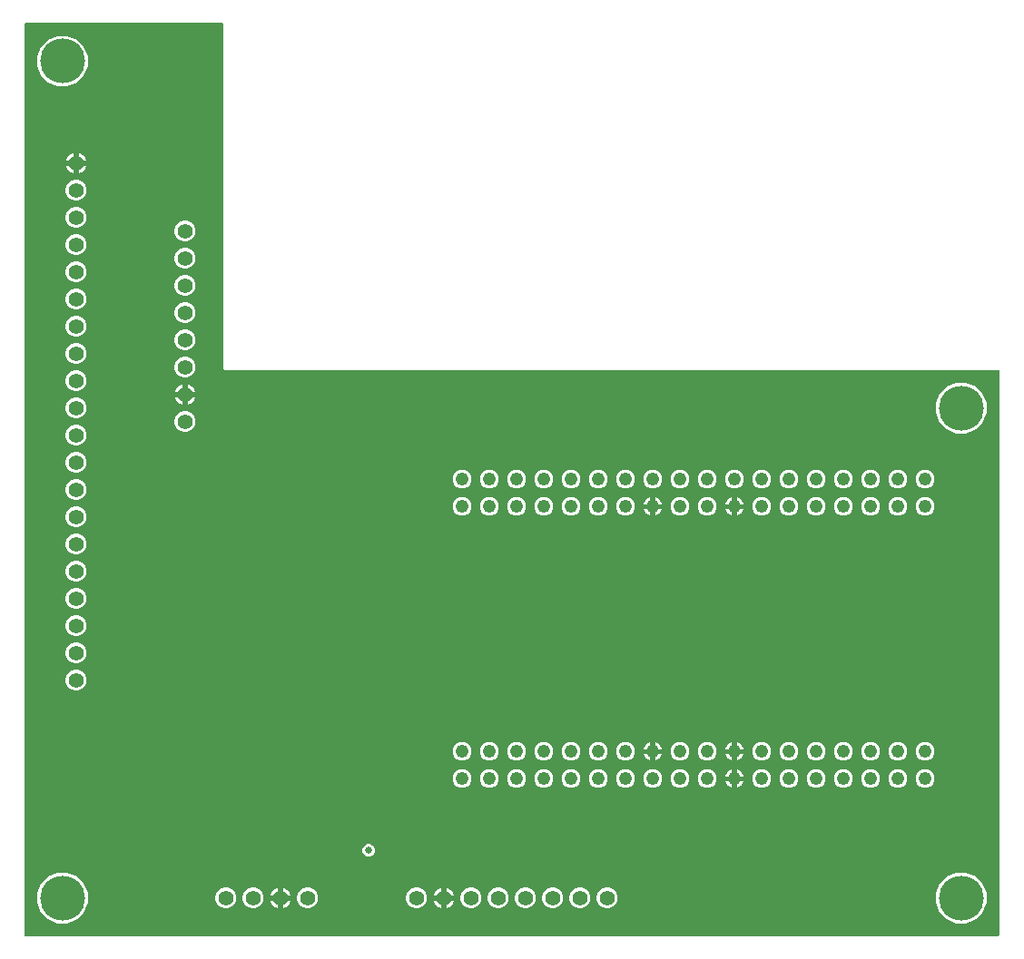
<source format=gbr>
G04 EAGLE Gerber RS-274X export*
G75*
%MOMM*%
%FSLAX34Y34*%
%LPD*%
%INCopper Layer 2*%
%IPPOS*%
%AMOC8*
5,1,8,0,0,1.08239X$1,22.5*%
G01*
%ADD10C,1.422400*%
%ADD11C,1.244600*%
%ADD12C,4.191000*%
%ADD13C,0.654800*%

G36*
X910509Y2556D02*
X910509Y2556D01*
X910628Y2563D01*
X910667Y2575D01*
X910707Y2581D01*
X910817Y2624D01*
X910930Y2661D01*
X910965Y2683D01*
X911003Y2698D01*
X911099Y2767D01*
X911199Y2831D01*
X911227Y2861D01*
X911260Y2884D01*
X911336Y2976D01*
X911417Y3062D01*
X911437Y3098D01*
X911463Y3129D01*
X911513Y3237D01*
X911571Y3341D01*
X911581Y3380D01*
X911598Y3417D01*
X911621Y3534D01*
X911650Y3649D01*
X911654Y3709D01*
X911658Y3729D01*
X911657Y3750D01*
X911661Y3810D01*
X911858Y529590D01*
X911843Y529708D01*
X911836Y529827D01*
X911823Y529865D01*
X911818Y529905D01*
X911774Y530016D01*
X911738Y530129D01*
X911716Y530163D01*
X911701Y530201D01*
X911631Y530297D01*
X911567Y530398D01*
X911538Y530426D01*
X911514Y530458D01*
X911423Y530534D01*
X911336Y530616D01*
X911301Y530635D01*
X911270Y530661D01*
X911162Y530712D01*
X911057Y530770D01*
X911018Y530780D01*
X910982Y530797D01*
X910865Y530819D01*
X910749Y530849D01*
X910690Y530853D01*
X910670Y530857D01*
X910649Y530855D01*
X910589Y530859D01*
X189448Y530859D01*
X187959Y532348D01*
X187959Y853440D01*
X187944Y853558D01*
X187937Y853677D01*
X187924Y853715D01*
X187919Y853756D01*
X187876Y853866D01*
X187839Y853979D01*
X187817Y854014D01*
X187802Y854051D01*
X187733Y854147D01*
X187669Y854248D01*
X187639Y854276D01*
X187616Y854309D01*
X187524Y854385D01*
X187437Y854466D01*
X187402Y854486D01*
X187371Y854511D01*
X187263Y854562D01*
X187159Y854620D01*
X187119Y854630D01*
X187083Y854647D01*
X186966Y854669D01*
X186851Y854699D01*
X186791Y854703D01*
X186771Y854707D01*
X186750Y854705D01*
X186690Y854709D01*
X3810Y854709D01*
X3692Y854694D01*
X3573Y854687D01*
X3535Y854674D01*
X3494Y854669D01*
X3384Y854626D01*
X3271Y854589D01*
X3236Y854567D01*
X3199Y854552D01*
X3103Y854483D01*
X3002Y854419D01*
X2974Y854389D01*
X2941Y854366D01*
X2865Y854274D01*
X2784Y854187D01*
X2764Y854152D01*
X2739Y854121D01*
X2688Y854013D01*
X2630Y853909D01*
X2620Y853869D01*
X2603Y853833D01*
X2581Y853716D01*
X2551Y853601D01*
X2547Y853541D01*
X2543Y853521D01*
X2545Y853500D01*
X2541Y853440D01*
X2541Y3810D01*
X2556Y3692D01*
X2563Y3573D01*
X2576Y3535D01*
X2581Y3494D01*
X2624Y3384D01*
X2661Y3271D01*
X2683Y3236D01*
X2698Y3199D01*
X2767Y3103D01*
X2831Y3002D01*
X2861Y2974D01*
X2884Y2941D01*
X2976Y2865D01*
X3063Y2784D01*
X3098Y2764D01*
X3129Y2739D01*
X3237Y2688D01*
X3341Y2630D01*
X3381Y2620D01*
X3417Y2603D01*
X3534Y2581D01*
X3649Y2551D01*
X3709Y2547D01*
X3729Y2543D01*
X3750Y2545D01*
X3810Y2541D01*
X910391Y2541D01*
X910509Y2556D01*
G37*
%LPC*%
G36*
X33426Y795654D02*
X33426Y795654D01*
X24791Y799231D01*
X18181Y805841D01*
X14604Y814476D01*
X14604Y823824D01*
X18181Y832459D01*
X24791Y839069D01*
X33426Y842646D01*
X42774Y842646D01*
X51409Y839069D01*
X58019Y832459D01*
X61596Y823824D01*
X61596Y814476D01*
X58019Y805841D01*
X51409Y799231D01*
X42774Y795654D01*
X33426Y795654D01*
G37*
%LPD*%
%LPC*%
G36*
X871626Y471804D02*
X871626Y471804D01*
X862991Y475381D01*
X856381Y481991D01*
X852804Y490626D01*
X852804Y499974D01*
X856381Y508609D01*
X862991Y515219D01*
X871626Y518796D01*
X880974Y518796D01*
X889609Y515219D01*
X896219Y508609D01*
X899796Y499974D01*
X899796Y490626D01*
X896219Y481991D01*
X889609Y475381D01*
X880974Y471804D01*
X871626Y471804D01*
G37*
%LPD*%
%LPC*%
G36*
X33426Y14604D02*
X33426Y14604D01*
X24791Y18181D01*
X18181Y24791D01*
X14604Y33426D01*
X14604Y42774D01*
X18181Y51409D01*
X24791Y58019D01*
X33426Y61596D01*
X42774Y61596D01*
X51409Y58019D01*
X58019Y51409D01*
X61596Y42774D01*
X61596Y33426D01*
X58019Y24791D01*
X51409Y18181D01*
X42774Y14604D01*
X33426Y14604D01*
G37*
%LPD*%
%LPC*%
G36*
X871626Y14604D02*
X871626Y14604D01*
X862991Y18181D01*
X856381Y24791D01*
X852804Y33426D01*
X852804Y42774D01*
X856381Y51409D01*
X862991Y58019D01*
X871626Y61596D01*
X880974Y61596D01*
X889609Y58019D01*
X896219Y51409D01*
X899796Y42774D01*
X899796Y33426D01*
X896219Y24791D01*
X889609Y18181D01*
X880974Y14604D01*
X871626Y14604D01*
G37*
%LPD*%
%LPC*%
G36*
X417180Y28447D02*
X417180Y28447D01*
X413632Y29917D01*
X410917Y32632D01*
X409447Y36180D01*
X409447Y40020D01*
X410917Y43568D01*
X413632Y46283D01*
X417180Y47753D01*
X421020Y47753D01*
X424568Y46283D01*
X427283Y43568D01*
X428753Y40020D01*
X428753Y36180D01*
X427283Y32632D01*
X424568Y29917D01*
X421020Y28447D01*
X417180Y28447D01*
G37*
%LPD*%
%LPC*%
G36*
X442580Y28447D02*
X442580Y28447D01*
X439032Y29917D01*
X436317Y32632D01*
X434847Y36180D01*
X434847Y40020D01*
X436317Y43568D01*
X439032Y46283D01*
X442580Y47753D01*
X446420Y47753D01*
X449968Y46283D01*
X452683Y43568D01*
X454153Y40020D01*
X454153Y36180D01*
X452683Y32632D01*
X449968Y29917D01*
X446420Y28447D01*
X442580Y28447D01*
G37*
%LPD*%
%LPC*%
G36*
X48880Y688847D02*
X48880Y688847D01*
X45332Y690317D01*
X42617Y693032D01*
X41147Y696580D01*
X41147Y700420D01*
X42617Y703968D01*
X45332Y706683D01*
X48880Y708153D01*
X52720Y708153D01*
X56268Y706683D01*
X58983Y703968D01*
X60453Y700420D01*
X60453Y696580D01*
X58983Y693032D01*
X56268Y690317D01*
X52720Y688847D01*
X48880Y688847D01*
G37*
%LPD*%
%LPC*%
G36*
X48880Y663447D02*
X48880Y663447D01*
X45332Y664917D01*
X42617Y667632D01*
X41147Y671180D01*
X41147Y675020D01*
X42617Y678568D01*
X45332Y681283D01*
X48880Y682753D01*
X52720Y682753D01*
X56268Y681283D01*
X58983Y678568D01*
X60453Y675020D01*
X60453Y671180D01*
X58983Y667632D01*
X56268Y664917D01*
X52720Y663447D01*
X48880Y663447D01*
G37*
%LPD*%
%LPC*%
G36*
X150480Y650747D02*
X150480Y650747D01*
X146932Y652217D01*
X144217Y654932D01*
X142747Y658480D01*
X142747Y662320D01*
X144217Y665868D01*
X146932Y668583D01*
X150480Y670053D01*
X154320Y670053D01*
X157868Y668583D01*
X160583Y665868D01*
X162053Y662320D01*
X162053Y658480D01*
X160583Y654932D01*
X157868Y652217D01*
X154320Y650747D01*
X150480Y650747D01*
G37*
%LPD*%
%LPC*%
G36*
X48880Y638047D02*
X48880Y638047D01*
X45332Y639517D01*
X42617Y642232D01*
X41147Y645780D01*
X41147Y649620D01*
X42617Y653168D01*
X45332Y655883D01*
X48880Y657353D01*
X52720Y657353D01*
X56268Y655883D01*
X58983Y653168D01*
X60453Y649620D01*
X60453Y645780D01*
X58983Y642232D01*
X56268Y639517D01*
X52720Y638047D01*
X48880Y638047D01*
G37*
%LPD*%
%LPC*%
G36*
X150480Y625347D02*
X150480Y625347D01*
X146932Y626817D01*
X144217Y629532D01*
X142747Y633080D01*
X142747Y636920D01*
X144217Y640468D01*
X146932Y643183D01*
X150480Y644653D01*
X154320Y644653D01*
X157868Y643183D01*
X160583Y640468D01*
X162053Y636920D01*
X162053Y633080D01*
X160583Y629532D01*
X157868Y626817D01*
X154320Y625347D01*
X150480Y625347D01*
G37*
%LPD*%
%LPC*%
G36*
X48880Y612647D02*
X48880Y612647D01*
X45332Y614117D01*
X42617Y616832D01*
X41147Y620380D01*
X41147Y624220D01*
X42617Y627768D01*
X45332Y630483D01*
X48880Y631953D01*
X52720Y631953D01*
X56268Y630483D01*
X58983Y627768D01*
X60453Y624220D01*
X60453Y620380D01*
X58983Y616832D01*
X56268Y614117D01*
X52720Y612647D01*
X48880Y612647D01*
G37*
%LPD*%
%LPC*%
G36*
X150480Y599947D02*
X150480Y599947D01*
X146932Y601417D01*
X144217Y604132D01*
X142747Y607680D01*
X142747Y611520D01*
X144217Y615068D01*
X146932Y617783D01*
X150480Y619253D01*
X154320Y619253D01*
X157868Y617783D01*
X160583Y615068D01*
X162053Y611520D01*
X162053Y607680D01*
X160583Y604132D01*
X157868Y601417D01*
X154320Y599947D01*
X150480Y599947D01*
G37*
%LPD*%
%LPC*%
G36*
X48880Y587247D02*
X48880Y587247D01*
X45332Y588717D01*
X42617Y591432D01*
X41147Y594980D01*
X41147Y598820D01*
X42617Y602368D01*
X45332Y605083D01*
X48880Y606553D01*
X52720Y606553D01*
X56268Y605083D01*
X58983Y602368D01*
X60453Y598820D01*
X60453Y594980D01*
X58983Y591432D01*
X56268Y588717D01*
X52720Y587247D01*
X48880Y587247D01*
G37*
%LPD*%
%LPC*%
G36*
X150480Y574547D02*
X150480Y574547D01*
X146932Y576017D01*
X144217Y578732D01*
X142747Y582280D01*
X142747Y586120D01*
X144217Y589668D01*
X146932Y592383D01*
X150480Y593853D01*
X154320Y593853D01*
X157868Y592383D01*
X160583Y589668D01*
X162053Y586120D01*
X162053Y582280D01*
X160583Y578732D01*
X157868Y576017D01*
X154320Y574547D01*
X150480Y574547D01*
G37*
%LPD*%
%LPC*%
G36*
X48880Y561847D02*
X48880Y561847D01*
X45332Y563317D01*
X42617Y566032D01*
X41147Y569580D01*
X41147Y573420D01*
X42617Y576968D01*
X45332Y579683D01*
X48880Y581153D01*
X52720Y581153D01*
X56268Y579683D01*
X58983Y576968D01*
X60453Y573420D01*
X60453Y569580D01*
X58983Y566032D01*
X56268Y563317D01*
X52720Y561847D01*
X48880Y561847D01*
G37*
%LPD*%
%LPC*%
G36*
X150480Y549147D02*
X150480Y549147D01*
X146932Y550617D01*
X144217Y553332D01*
X142747Y556880D01*
X142747Y560720D01*
X144217Y564268D01*
X146932Y566983D01*
X150480Y568453D01*
X154320Y568453D01*
X157868Y566983D01*
X160583Y564268D01*
X162053Y560720D01*
X162053Y556880D01*
X160583Y553332D01*
X157868Y550617D01*
X154320Y549147D01*
X150480Y549147D01*
G37*
%LPD*%
%LPC*%
G36*
X48880Y536447D02*
X48880Y536447D01*
X45332Y537917D01*
X42617Y540632D01*
X41147Y544180D01*
X41147Y548020D01*
X42617Y551568D01*
X45332Y554283D01*
X48880Y555753D01*
X52720Y555753D01*
X56268Y554283D01*
X58983Y551568D01*
X60453Y548020D01*
X60453Y544180D01*
X58983Y540632D01*
X56268Y537917D01*
X52720Y536447D01*
X48880Y536447D01*
G37*
%LPD*%
%LPC*%
G36*
X150480Y523747D02*
X150480Y523747D01*
X146932Y525217D01*
X144217Y527932D01*
X142747Y531480D01*
X142747Y535320D01*
X144217Y538868D01*
X146932Y541583D01*
X150480Y543053D01*
X154320Y543053D01*
X157868Y541583D01*
X160583Y538868D01*
X162053Y535320D01*
X162053Y531480D01*
X160583Y527932D01*
X157868Y525217D01*
X154320Y523747D01*
X150480Y523747D01*
G37*
%LPD*%
%LPC*%
G36*
X48880Y511047D02*
X48880Y511047D01*
X45332Y512517D01*
X42617Y515232D01*
X41147Y518780D01*
X41147Y522620D01*
X42617Y526168D01*
X45332Y528883D01*
X48880Y530353D01*
X52720Y530353D01*
X56268Y528883D01*
X58983Y526168D01*
X60453Y522620D01*
X60453Y518780D01*
X58983Y515232D01*
X56268Y512517D01*
X52720Y511047D01*
X48880Y511047D01*
G37*
%LPD*%
%LPC*%
G36*
X213980Y28447D02*
X213980Y28447D01*
X210432Y29917D01*
X207717Y32632D01*
X206247Y36180D01*
X206247Y40020D01*
X207717Y43568D01*
X210432Y46283D01*
X213980Y47753D01*
X217820Y47753D01*
X221368Y46283D01*
X224083Y43568D01*
X225553Y40020D01*
X225553Y36180D01*
X224083Y32632D01*
X221368Y29917D01*
X217820Y28447D01*
X213980Y28447D01*
G37*
%LPD*%
%LPC*%
G36*
X467980Y28447D02*
X467980Y28447D01*
X464432Y29917D01*
X461717Y32632D01*
X460247Y36180D01*
X460247Y40020D01*
X461717Y43568D01*
X464432Y46283D01*
X467980Y47753D01*
X471820Y47753D01*
X475368Y46283D01*
X478083Y43568D01*
X479553Y40020D01*
X479553Y36180D01*
X478083Y32632D01*
X475368Y29917D01*
X471820Y28447D01*
X467980Y28447D01*
G37*
%LPD*%
%LPC*%
G36*
X493380Y28447D02*
X493380Y28447D01*
X489832Y29917D01*
X487117Y32632D01*
X485647Y36180D01*
X485647Y40020D01*
X487117Y43568D01*
X489832Y46283D01*
X493380Y47753D01*
X497220Y47753D01*
X500768Y46283D01*
X503483Y43568D01*
X504953Y40020D01*
X504953Y36180D01*
X503483Y32632D01*
X500768Y29917D01*
X497220Y28447D01*
X493380Y28447D01*
G37*
%LPD*%
%LPC*%
G36*
X544180Y28447D02*
X544180Y28447D01*
X540632Y29917D01*
X537917Y32632D01*
X536447Y36180D01*
X536447Y40020D01*
X537917Y43568D01*
X540632Y46283D01*
X544180Y47753D01*
X548020Y47753D01*
X551568Y46283D01*
X554283Y43568D01*
X555753Y40020D01*
X555753Y36180D01*
X554283Y32632D01*
X551568Y29917D01*
X548020Y28447D01*
X544180Y28447D01*
G37*
%LPD*%
%LPC*%
G36*
X264780Y28447D02*
X264780Y28447D01*
X261232Y29917D01*
X258517Y32632D01*
X257047Y36180D01*
X257047Y40020D01*
X258517Y43568D01*
X261232Y46283D01*
X264780Y47753D01*
X268620Y47753D01*
X272168Y46283D01*
X274883Y43568D01*
X276353Y40020D01*
X276353Y36180D01*
X274883Y32632D01*
X272168Y29917D01*
X268620Y28447D01*
X264780Y28447D01*
G37*
%LPD*%
%LPC*%
G36*
X366380Y28447D02*
X366380Y28447D01*
X362832Y29917D01*
X360117Y32632D01*
X358647Y36180D01*
X358647Y40020D01*
X360117Y43568D01*
X362832Y46283D01*
X366380Y47753D01*
X370220Y47753D01*
X373768Y46283D01*
X376483Y43568D01*
X377953Y40020D01*
X377953Y36180D01*
X376483Y32632D01*
X373768Y29917D01*
X370220Y28447D01*
X366380Y28447D01*
G37*
%LPD*%
%LPC*%
G36*
X48880Y485647D02*
X48880Y485647D01*
X45332Y487117D01*
X42617Y489832D01*
X41147Y493380D01*
X41147Y497220D01*
X42617Y500768D01*
X45332Y503483D01*
X48880Y504953D01*
X52720Y504953D01*
X56268Y503483D01*
X58983Y500768D01*
X60453Y497220D01*
X60453Y493380D01*
X58983Y489832D01*
X56268Y487117D01*
X52720Y485647D01*
X48880Y485647D01*
G37*
%LPD*%
%LPC*%
G36*
X150480Y472947D02*
X150480Y472947D01*
X146932Y474417D01*
X144217Y477132D01*
X142747Y480680D01*
X142747Y484520D01*
X144217Y488068D01*
X146932Y490783D01*
X150480Y492253D01*
X154320Y492253D01*
X157868Y490783D01*
X160583Y488068D01*
X162053Y484520D01*
X162053Y480680D01*
X160583Y477132D01*
X157868Y474417D01*
X154320Y472947D01*
X150480Y472947D01*
G37*
%LPD*%
%LPC*%
G36*
X48880Y460247D02*
X48880Y460247D01*
X45332Y461717D01*
X42617Y464432D01*
X41147Y467980D01*
X41147Y471820D01*
X42617Y475368D01*
X45332Y478083D01*
X48880Y479553D01*
X52720Y479553D01*
X56268Y478083D01*
X58983Y475368D01*
X60453Y471820D01*
X60453Y467980D01*
X58983Y464432D01*
X56268Y461717D01*
X52720Y460247D01*
X48880Y460247D01*
G37*
%LPD*%
%LPC*%
G36*
X48880Y434847D02*
X48880Y434847D01*
X45332Y436317D01*
X42617Y439032D01*
X41147Y442580D01*
X41147Y446420D01*
X42617Y449968D01*
X45332Y452683D01*
X48880Y454153D01*
X52720Y454153D01*
X56268Y452683D01*
X58983Y449968D01*
X60453Y446420D01*
X60453Y442580D01*
X58983Y439032D01*
X56268Y436317D01*
X52720Y434847D01*
X48880Y434847D01*
G37*
%LPD*%
%LPC*%
G36*
X48880Y409447D02*
X48880Y409447D01*
X45332Y410917D01*
X42617Y413632D01*
X41147Y417180D01*
X41147Y421020D01*
X42617Y424568D01*
X45332Y427283D01*
X48880Y428753D01*
X52720Y428753D01*
X56268Y427283D01*
X58983Y424568D01*
X60453Y421020D01*
X60453Y417180D01*
X58983Y413632D01*
X56268Y410917D01*
X52720Y409447D01*
X48880Y409447D01*
G37*
%LPD*%
%LPC*%
G36*
X518780Y28447D02*
X518780Y28447D01*
X515232Y29917D01*
X512517Y32632D01*
X511047Y36180D01*
X511047Y40020D01*
X512517Y43568D01*
X515232Y46283D01*
X518780Y47753D01*
X522620Y47753D01*
X526168Y46283D01*
X528883Y43568D01*
X530353Y40020D01*
X530353Y36180D01*
X528883Y32632D01*
X526168Y29917D01*
X522620Y28447D01*
X518780Y28447D01*
G37*
%LPD*%
%LPC*%
G36*
X48880Y231647D02*
X48880Y231647D01*
X45332Y233117D01*
X42617Y235832D01*
X41147Y239380D01*
X41147Y243220D01*
X42617Y246768D01*
X45332Y249483D01*
X48880Y250953D01*
X52720Y250953D01*
X56268Y249483D01*
X58983Y246768D01*
X60453Y243220D01*
X60453Y239380D01*
X58983Y235832D01*
X56268Y233117D01*
X52720Y231647D01*
X48880Y231647D01*
G37*
%LPD*%
%LPC*%
G36*
X48880Y257047D02*
X48880Y257047D01*
X45332Y258517D01*
X42617Y261232D01*
X41147Y264780D01*
X41147Y268620D01*
X42617Y272168D01*
X45332Y274883D01*
X48880Y276353D01*
X52720Y276353D01*
X56268Y274883D01*
X58983Y272168D01*
X60453Y268620D01*
X60453Y264780D01*
X58983Y261232D01*
X56268Y258517D01*
X52720Y257047D01*
X48880Y257047D01*
G37*
%LPD*%
%LPC*%
G36*
X48880Y282447D02*
X48880Y282447D01*
X45332Y283917D01*
X42617Y286632D01*
X41147Y290180D01*
X41147Y294020D01*
X42617Y297568D01*
X45332Y300283D01*
X48880Y301753D01*
X52720Y301753D01*
X56268Y300283D01*
X58983Y297568D01*
X60453Y294020D01*
X60453Y290180D01*
X58983Y286632D01*
X56268Y283917D01*
X52720Y282447D01*
X48880Y282447D01*
G37*
%LPD*%
%LPC*%
G36*
X48880Y384047D02*
X48880Y384047D01*
X45332Y385517D01*
X42617Y388232D01*
X41147Y391780D01*
X41147Y395620D01*
X42617Y399168D01*
X45332Y401883D01*
X48880Y403353D01*
X52720Y403353D01*
X56268Y401883D01*
X58983Y399168D01*
X60453Y395620D01*
X60453Y391780D01*
X58983Y388232D01*
X56268Y385517D01*
X52720Y384047D01*
X48880Y384047D01*
G37*
%LPD*%
%LPC*%
G36*
X48880Y307847D02*
X48880Y307847D01*
X45332Y309317D01*
X42617Y312032D01*
X41147Y315580D01*
X41147Y319420D01*
X42617Y322968D01*
X45332Y325683D01*
X48880Y327153D01*
X52720Y327153D01*
X56268Y325683D01*
X58983Y322968D01*
X60453Y319420D01*
X60453Y315580D01*
X58983Y312032D01*
X56268Y309317D01*
X52720Y307847D01*
X48880Y307847D01*
G37*
%LPD*%
%LPC*%
G36*
X48880Y333247D02*
X48880Y333247D01*
X45332Y334717D01*
X42617Y337432D01*
X41147Y340980D01*
X41147Y344820D01*
X42617Y348368D01*
X45332Y351083D01*
X48880Y352553D01*
X52720Y352553D01*
X56268Y351083D01*
X58983Y348368D01*
X60453Y344820D01*
X60453Y340980D01*
X58983Y337432D01*
X56268Y334717D01*
X52720Y333247D01*
X48880Y333247D01*
G37*
%LPD*%
%LPC*%
G36*
X48880Y358647D02*
X48880Y358647D01*
X45332Y360117D01*
X42617Y362832D01*
X41147Y366380D01*
X41147Y370220D01*
X42617Y373768D01*
X45332Y376483D01*
X48880Y377953D01*
X52720Y377953D01*
X56268Y376483D01*
X58983Y373768D01*
X60453Y370220D01*
X60453Y366380D01*
X58983Y362832D01*
X56268Y360117D01*
X52720Y358647D01*
X48880Y358647D01*
G37*
%LPD*%
%LPC*%
G36*
X188580Y28447D02*
X188580Y28447D01*
X185032Y29917D01*
X182317Y32632D01*
X180847Y36180D01*
X180847Y40020D01*
X182317Y43568D01*
X185032Y46283D01*
X188580Y47753D01*
X192420Y47753D01*
X195968Y46283D01*
X198683Y43568D01*
X200153Y40020D01*
X200153Y36180D01*
X198683Y32632D01*
X195968Y29917D01*
X192420Y28447D01*
X188580Y28447D01*
G37*
%LPD*%
%LPC*%
G36*
X409057Y420236D02*
X409057Y420236D01*
X405836Y421570D01*
X403370Y424036D01*
X402036Y427257D01*
X402036Y430743D01*
X403370Y433964D01*
X405836Y436430D01*
X409057Y437764D01*
X412543Y437764D01*
X415764Y436430D01*
X418230Y433964D01*
X419564Y430743D01*
X419564Y427257D01*
X418230Y424036D01*
X415764Y421570D01*
X412543Y420236D01*
X409057Y420236D01*
G37*
%LPD*%
%LPC*%
G36*
X840857Y420236D02*
X840857Y420236D01*
X837636Y421570D01*
X835170Y424036D01*
X833836Y427257D01*
X833836Y430743D01*
X835170Y433964D01*
X837636Y436430D01*
X840857Y437764D01*
X844343Y437764D01*
X847564Y436430D01*
X850030Y433964D01*
X851364Y430743D01*
X851364Y427257D01*
X850030Y424036D01*
X847564Y421570D01*
X844343Y420236D01*
X840857Y420236D01*
G37*
%LPD*%
%LPC*%
G36*
X815457Y420236D02*
X815457Y420236D01*
X812236Y421570D01*
X809770Y424036D01*
X808436Y427257D01*
X808436Y430743D01*
X809770Y433964D01*
X812236Y436430D01*
X815457Y437764D01*
X818943Y437764D01*
X822164Y436430D01*
X824630Y433964D01*
X825964Y430743D01*
X825964Y427257D01*
X824630Y424036D01*
X822164Y421570D01*
X818943Y420236D01*
X815457Y420236D01*
G37*
%LPD*%
%LPC*%
G36*
X790057Y420236D02*
X790057Y420236D01*
X786836Y421570D01*
X784370Y424036D01*
X783036Y427257D01*
X783036Y430743D01*
X784370Y433964D01*
X786836Y436430D01*
X790057Y437764D01*
X793543Y437764D01*
X796764Y436430D01*
X799230Y433964D01*
X800564Y430743D01*
X800564Y427257D01*
X799230Y424036D01*
X796764Y421570D01*
X793543Y420236D01*
X790057Y420236D01*
G37*
%LPD*%
%LPC*%
G36*
X764657Y420236D02*
X764657Y420236D01*
X761436Y421570D01*
X758970Y424036D01*
X757636Y427257D01*
X757636Y430743D01*
X758970Y433964D01*
X761436Y436430D01*
X764657Y437764D01*
X768143Y437764D01*
X771364Y436430D01*
X773830Y433964D01*
X775164Y430743D01*
X775164Y427257D01*
X773830Y424036D01*
X771364Y421570D01*
X768143Y420236D01*
X764657Y420236D01*
G37*
%LPD*%
%LPC*%
G36*
X739257Y420236D02*
X739257Y420236D01*
X736036Y421570D01*
X733570Y424036D01*
X732236Y427257D01*
X732236Y430743D01*
X733570Y433964D01*
X736036Y436430D01*
X739257Y437764D01*
X742743Y437764D01*
X745964Y436430D01*
X748430Y433964D01*
X749764Y430743D01*
X749764Y427257D01*
X748430Y424036D01*
X745964Y421570D01*
X742743Y420236D01*
X739257Y420236D01*
G37*
%LPD*%
%LPC*%
G36*
X713857Y420236D02*
X713857Y420236D01*
X710636Y421570D01*
X708170Y424036D01*
X706836Y427257D01*
X706836Y430743D01*
X708170Y433964D01*
X710636Y436430D01*
X713857Y437764D01*
X717343Y437764D01*
X720564Y436430D01*
X723030Y433964D01*
X724364Y430743D01*
X724364Y427257D01*
X723030Y424036D01*
X720564Y421570D01*
X717343Y420236D01*
X713857Y420236D01*
G37*
%LPD*%
%LPC*%
G36*
X688457Y420236D02*
X688457Y420236D01*
X685236Y421570D01*
X682770Y424036D01*
X681436Y427257D01*
X681436Y430743D01*
X682770Y433964D01*
X685236Y436430D01*
X688457Y437764D01*
X691943Y437764D01*
X695164Y436430D01*
X697630Y433964D01*
X698964Y430743D01*
X698964Y427257D01*
X697630Y424036D01*
X695164Y421570D01*
X691943Y420236D01*
X688457Y420236D01*
G37*
%LPD*%
%LPC*%
G36*
X663057Y420236D02*
X663057Y420236D01*
X659836Y421570D01*
X657370Y424036D01*
X656036Y427257D01*
X656036Y430743D01*
X657370Y433964D01*
X659836Y436430D01*
X663057Y437764D01*
X666543Y437764D01*
X669764Y436430D01*
X672230Y433964D01*
X673564Y430743D01*
X673564Y427257D01*
X672230Y424036D01*
X669764Y421570D01*
X666543Y420236D01*
X663057Y420236D01*
G37*
%LPD*%
%LPC*%
G36*
X637657Y420236D02*
X637657Y420236D01*
X634436Y421570D01*
X631970Y424036D01*
X630636Y427257D01*
X630636Y430743D01*
X631970Y433964D01*
X634436Y436430D01*
X637657Y437764D01*
X641143Y437764D01*
X644364Y436430D01*
X646830Y433964D01*
X648164Y430743D01*
X648164Y427257D01*
X646830Y424036D01*
X644364Y421570D01*
X641143Y420236D01*
X637657Y420236D01*
G37*
%LPD*%
%LPC*%
G36*
X612257Y420236D02*
X612257Y420236D01*
X609036Y421570D01*
X606570Y424036D01*
X605236Y427257D01*
X605236Y430743D01*
X606570Y433964D01*
X609036Y436430D01*
X612257Y437764D01*
X615743Y437764D01*
X618964Y436430D01*
X621430Y433964D01*
X622764Y430743D01*
X622764Y427257D01*
X621430Y424036D01*
X618964Y421570D01*
X615743Y420236D01*
X612257Y420236D01*
G37*
%LPD*%
%LPC*%
G36*
X586857Y420236D02*
X586857Y420236D01*
X583636Y421570D01*
X581170Y424036D01*
X579836Y427257D01*
X579836Y430743D01*
X581170Y433964D01*
X583636Y436430D01*
X586857Y437764D01*
X590343Y437764D01*
X593564Y436430D01*
X596030Y433964D01*
X597364Y430743D01*
X597364Y427257D01*
X596030Y424036D01*
X593564Y421570D01*
X590343Y420236D01*
X586857Y420236D01*
G37*
%LPD*%
%LPC*%
G36*
X561457Y420236D02*
X561457Y420236D01*
X558236Y421570D01*
X555770Y424036D01*
X554436Y427257D01*
X554436Y430743D01*
X555770Y433964D01*
X558236Y436430D01*
X561457Y437764D01*
X564943Y437764D01*
X568164Y436430D01*
X570630Y433964D01*
X571964Y430743D01*
X571964Y427257D01*
X570630Y424036D01*
X568164Y421570D01*
X564943Y420236D01*
X561457Y420236D01*
G37*
%LPD*%
%LPC*%
G36*
X536057Y420236D02*
X536057Y420236D01*
X532836Y421570D01*
X530370Y424036D01*
X529036Y427257D01*
X529036Y430743D01*
X530370Y433964D01*
X532836Y436430D01*
X536057Y437764D01*
X539543Y437764D01*
X542764Y436430D01*
X545230Y433964D01*
X546564Y430743D01*
X546564Y427257D01*
X545230Y424036D01*
X542764Y421570D01*
X539543Y420236D01*
X536057Y420236D01*
G37*
%LPD*%
%LPC*%
G36*
X510657Y420236D02*
X510657Y420236D01*
X507436Y421570D01*
X504970Y424036D01*
X503636Y427257D01*
X503636Y430743D01*
X504970Y433964D01*
X507436Y436430D01*
X510657Y437764D01*
X514143Y437764D01*
X517364Y436430D01*
X519830Y433964D01*
X521164Y430743D01*
X521164Y427257D01*
X519830Y424036D01*
X517364Y421570D01*
X514143Y420236D01*
X510657Y420236D01*
G37*
%LPD*%
%LPC*%
G36*
X485257Y420236D02*
X485257Y420236D01*
X482036Y421570D01*
X479570Y424036D01*
X478236Y427257D01*
X478236Y430743D01*
X479570Y433964D01*
X482036Y436430D01*
X485257Y437764D01*
X488743Y437764D01*
X491964Y436430D01*
X494430Y433964D01*
X495764Y430743D01*
X495764Y427257D01*
X494430Y424036D01*
X491964Y421570D01*
X488743Y420236D01*
X485257Y420236D01*
G37*
%LPD*%
%LPC*%
G36*
X459857Y420236D02*
X459857Y420236D01*
X456636Y421570D01*
X454170Y424036D01*
X452836Y427257D01*
X452836Y430743D01*
X454170Y433964D01*
X456636Y436430D01*
X459857Y437764D01*
X463343Y437764D01*
X466564Y436430D01*
X469030Y433964D01*
X470364Y430743D01*
X470364Y427257D01*
X469030Y424036D01*
X466564Y421570D01*
X463343Y420236D01*
X459857Y420236D01*
G37*
%LPD*%
%LPC*%
G36*
X840857Y394836D02*
X840857Y394836D01*
X837636Y396170D01*
X835170Y398636D01*
X833836Y401857D01*
X833836Y405343D01*
X835170Y408564D01*
X837636Y411030D01*
X840857Y412364D01*
X844343Y412364D01*
X847564Y411030D01*
X850030Y408564D01*
X851364Y405343D01*
X851364Y401857D01*
X850030Y398636D01*
X847564Y396170D01*
X844343Y394836D01*
X840857Y394836D01*
G37*
%LPD*%
%LPC*%
G36*
X815457Y394836D02*
X815457Y394836D01*
X812236Y396170D01*
X809770Y398636D01*
X808436Y401857D01*
X808436Y405343D01*
X809770Y408564D01*
X812236Y411030D01*
X815457Y412364D01*
X818943Y412364D01*
X822164Y411030D01*
X824630Y408564D01*
X825964Y405343D01*
X825964Y401857D01*
X824630Y398636D01*
X822164Y396170D01*
X818943Y394836D01*
X815457Y394836D01*
G37*
%LPD*%
%LPC*%
G36*
X790057Y394836D02*
X790057Y394836D01*
X786836Y396170D01*
X784370Y398636D01*
X783036Y401857D01*
X783036Y405343D01*
X784370Y408564D01*
X786836Y411030D01*
X790057Y412364D01*
X793543Y412364D01*
X796764Y411030D01*
X799230Y408564D01*
X800564Y405343D01*
X800564Y401857D01*
X799230Y398636D01*
X796764Y396170D01*
X793543Y394836D01*
X790057Y394836D01*
G37*
%LPD*%
%LPC*%
G36*
X764657Y394836D02*
X764657Y394836D01*
X761436Y396170D01*
X758970Y398636D01*
X757636Y401857D01*
X757636Y405343D01*
X758970Y408564D01*
X761436Y411030D01*
X764657Y412364D01*
X768143Y412364D01*
X771364Y411030D01*
X773830Y408564D01*
X775164Y405343D01*
X775164Y401857D01*
X773830Y398636D01*
X771364Y396170D01*
X768143Y394836D01*
X764657Y394836D01*
G37*
%LPD*%
%LPC*%
G36*
X739257Y394836D02*
X739257Y394836D01*
X736036Y396170D01*
X733570Y398636D01*
X732236Y401857D01*
X732236Y405343D01*
X733570Y408564D01*
X736036Y411030D01*
X739257Y412364D01*
X742743Y412364D01*
X745964Y411030D01*
X748430Y408564D01*
X749764Y405343D01*
X749764Y401857D01*
X748430Y398636D01*
X745964Y396170D01*
X742743Y394836D01*
X739257Y394836D01*
G37*
%LPD*%
%LPC*%
G36*
X713857Y394836D02*
X713857Y394836D01*
X710636Y396170D01*
X708170Y398636D01*
X706836Y401857D01*
X706836Y405343D01*
X708170Y408564D01*
X710636Y411030D01*
X713857Y412364D01*
X717343Y412364D01*
X720564Y411030D01*
X723030Y408564D01*
X724364Y405343D01*
X724364Y401857D01*
X723030Y398636D01*
X720564Y396170D01*
X717343Y394836D01*
X713857Y394836D01*
G37*
%LPD*%
%LPC*%
G36*
X688457Y394836D02*
X688457Y394836D01*
X685236Y396170D01*
X682770Y398636D01*
X681436Y401857D01*
X681436Y405343D01*
X682770Y408564D01*
X685236Y411030D01*
X688457Y412364D01*
X691943Y412364D01*
X695164Y411030D01*
X697630Y408564D01*
X698964Y405343D01*
X698964Y401857D01*
X697630Y398636D01*
X695164Y396170D01*
X691943Y394836D01*
X688457Y394836D01*
G37*
%LPD*%
%LPC*%
G36*
X637657Y394836D02*
X637657Y394836D01*
X634436Y396170D01*
X631970Y398636D01*
X630636Y401857D01*
X630636Y405343D01*
X631970Y408564D01*
X634436Y411030D01*
X637657Y412364D01*
X641143Y412364D01*
X644364Y411030D01*
X646830Y408564D01*
X648164Y405343D01*
X648164Y401857D01*
X646830Y398636D01*
X644364Y396170D01*
X641143Y394836D01*
X637657Y394836D01*
G37*
%LPD*%
%LPC*%
G36*
X612257Y394836D02*
X612257Y394836D01*
X609036Y396170D01*
X606570Y398636D01*
X605236Y401857D01*
X605236Y405343D01*
X606570Y408564D01*
X609036Y411030D01*
X612257Y412364D01*
X615743Y412364D01*
X618964Y411030D01*
X621430Y408564D01*
X622764Y405343D01*
X622764Y401857D01*
X621430Y398636D01*
X618964Y396170D01*
X615743Y394836D01*
X612257Y394836D01*
G37*
%LPD*%
%LPC*%
G36*
X561457Y394836D02*
X561457Y394836D01*
X558236Y396170D01*
X555770Y398636D01*
X554436Y401857D01*
X554436Y405343D01*
X555770Y408564D01*
X558236Y411030D01*
X561457Y412364D01*
X564943Y412364D01*
X568164Y411030D01*
X570630Y408564D01*
X571964Y405343D01*
X571964Y401857D01*
X570630Y398636D01*
X568164Y396170D01*
X564943Y394836D01*
X561457Y394836D01*
G37*
%LPD*%
%LPC*%
G36*
X536057Y394836D02*
X536057Y394836D01*
X532836Y396170D01*
X530370Y398636D01*
X529036Y401857D01*
X529036Y405343D01*
X530370Y408564D01*
X532836Y411030D01*
X536057Y412364D01*
X539543Y412364D01*
X542764Y411030D01*
X545230Y408564D01*
X546564Y405343D01*
X546564Y401857D01*
X545230Y398636D01*
X542764Y396170D01*
X539543Y394836D01*
X536057Y394836D01*
G37*
%LPD*%
%LPC*%
G36*
X510657Y394836D02*
X510657Y394836D01*
X507436Y396170D01*
X504970Y398636D01*
X503636Y401857D01*
X503636Y405343D01*
X504970Y408564D01*
X507436Y411030D01*
X510657Y412364D01*
X514143Y412364D01*
X517364Y411030D01*
X519830Y408564D01*
X521164Y405343D01*
X521164Y401857D01*
X519830Y398636D01*
X517364Y396170D01*
X514143Y394836D01*
X510657Y394836D01*
G37*
%LPD*%
%LPC*%
G36*
X485257Y394836D02*
X485257Y394836D01*
X482036Y396170D01*
X479570Y398636D01*
X478236Y401857D01*
X478236Y405343D01*
X479570Y408564D01*
X482036Y411030D01*
X485257Y412364D01*
X488743Y412364D01*
X491964Y411030D01*
X494430Y408564D01*
X495764Y405343D01*
X495764Y401857D01*
X494430Y398636D01*
X491964Y396170D01*
X488743Y394836D01*
X485257Y394836D01*
G37*
%LPD*%
%LPC*%
G36*
X459857Y394836D02*
X459857Y394836D01*
X456636Y396170D01*
X454170Y398636D01*
X452836Y401857D01*
X452836Y405343D01*
X454170Y408564D01*
X456636Y411030D01*
X459857Y412364D01*
X463343Y412364D01*
X466564Y411030D01*
X469030Y408564D01*
X470364Y405343D01*
X470364Y401857D01*
X469030Y398636D01*
X466564Y396170D01*
X463343Y394836D01*
X459857Y394836D01*
G37*
%LPD*%
%LPC*%
G36*
X434457Y394836D02*
X434457Y394836D01*
X431236Y396170D01*
X428770Y398636D01*
X427436Y401857D01*
X427436Y405343D01*
X428770Y408564D01*
X431236Y411030D01*
X434457Y412364D01*
X437943Y412364D01*
X441164Y411030D01*
X443630Y408564D01*
X444964Y405343D01*
X444964Y401857D01*
X443630Y398636D01*
X441164Y396170D01*
X437943Y394836D01*
X434457Y394836D01*
G37*
%LPD*%
%LPC*%
G36*
X409057Y394836D02*
X409057Y394836D01*
X405836Y396170D01*
X403370Y398636D01*
X402036Y401857D01*
X402036Y405343D01*
X403370Y408564D01*
X405836Y411030D01*
X409057Y412364D01*
X412543Y412364D01*
X415764Y411030D01*
X418230Y408564D01*
X419564Y405343D01*
X419564Y401857D01*
X418230Y398636D01*
X415764Y396170D01*
X412543Y394836D01*
X409057Y394836D01*
G37*
%LPD*%
%LPC*%
G36*
X561457Y166236D02*
X561457Y166236D01*
X558236Y167570D01*
X555770Y170036D01*
X554436Y173257D01*
X554436Y176743D01*
X555770Y179964D01*
X558236Y182430D01*
X561457Y183764D01*
X564943Y183764D01*
X568164Y182430D01*
X570630Y179964D01*
X571964Y176743D01*
X571964Y173257D01*
X570630Y170036D01*
X568164Y167570D01*
X564943Y166236D01*
X561457Y166236D01*
G37*
%LPD*%
%LPC*%
G36*
X815457Y166236D02*
X815457Y166236D01*
X812236Y167570D01*
X809770Y170036D01*
X808436Y173257D01*
X808436Y176743D01*
X809770Y179964D01*
X812236Y182430D01*
X815457Y183764D01*
X818943Y183764D01*
X822164Y182430D01*
X824630Y179964D01*
X825964Y176743D01*
X825964Y173257D01*
X824630Y170036D01*
X822164Y167570D01*
X818943Y166236D01*
X815457Y166236D01*
G37*
%LPD*%
%LPC*%
G36*
X790057Y166236D02*
X790057Y166236D01*
X786836Y167570D01*
X784370Y170036D01*
X783036Y173257D01*
X783036Y176743D01*
X784370Y179964D01*
X786836Y182430D01*
X790057Y183764D01*
X793543Y183764D01*
X796764Y182430D01*
X799230Y179964D01*
X800564Y176743D01*
X800564Y173257D01*
X799230Y170036D01*
X796764Y167570D01*
X793543Y166236D01*
X790057Y166236D01*
G37*
%LPD*%
%LPC*%
G36*
X840857Y166236D02*
X840857Y166236D01*
X837636Y167570D01*
X835170Y170036D01*
X833836Y173257D01*
X833836Y176743D01*
X835170Y179964D01*
X837636Y182430D01*
X840857Y183764D01*
X844343Y183764D01*
X847564Y182430D01*
X850030Y179964D01*
X851364Y176743D01*
X851364Y173257D01*
X850030Y170036D01*
X847564Y167570D01*
X844343Y166236D01*
X840857Y166236D01*
G37*
%LPD*%
%LPC*%
G36*
X536057Y166236D02*
X536057Y166236D01*
X532836Y167570D01*
X530370Y170036D01*
X529036Y173257D01*
X529036Y176743D01*
X530370Y179964D01*
X532836Y182430D01*
X536057Y183764D01*
X539543Y183764D01*
X542764Y182430D01*
X545230Y179964D01*
X546564Y176743D01*
X546564Y173257D01*
X545230Y170036D01*
X542764Y167570D01*
X539543Y166236D01*
X536057Y166236D01*
G37*
%LPD*%
%LPC*%
G36*
X510657Y166236D02*
X510657Y166236D01*
X507436Y167570D01*
X504970Y170036D01*
X503636Y173257D01*
X503636Y176743D01*
X504970Y179964D01*
X507436Y182430D01*
X510657Y183764D01*
X514143Y183764D01*
X517364Y182430D01*
X519830Y179964D01*
X521164Y176743D01*
X521164Y173257D01*
X519830Y170036D01*
X517364Y167570D01*
X514143Y166236D01*
X510657Y166236D01*
G37*
%LPD*%
%LPC*%
G36*
X764657Y166236D02*
X764657Y166236D01*
X761436Y167570D01*
X758970Y170036D01*
X757636Y173257D01*
X757636Y176743D01*
X758970Y179964D01*
X761436Y182430D01*
X764657Y183764D01*
X768143Y183764D01*
X771364Y182430D01*
X773830Y179964D01*
X775164Y176743D01*
X775164Y173257D01*
X773830Y170036D01*
X771364Y167570D01*
X768143Y166236D01*
X764657Y166236D01*
G37*
%LPD*%
%LPC*%
G36*
X739257Y166236D02*
X739257Y166236D01*
X736036Y167570D01*
X733570Y170036D01*
X732236Y173257D01*
X732236Y176743D01*
X733570Y179964D01*
X736036Y182430D01*
X739257Y183764D01*
X742743Y183764D01*
X745964Y182430D01*
X748430Y179964D01*
X749764Y176743D01*
X749764Y173257D01*
X748430Y170036D01*
X745964Y167570D01*
X742743Y166236D01*
X739257Y166236D01*
G37*
%LPD*%
%LPC*%
G36*
X713857Y166236D02*
X713857Y166236D01*
X710636Y167570D01*
X708170Y170036D01*
X706836Y173257D01*
X706836Y176743D01*
X708170Y179964D01*
X710636Y182430D01*
X713857Y183764D01*
X717343Y183764D01*
X720564Y182430D01*
X723030Y179964D01*
X724364Y176743D01*
X724364Y173257D01*
X723030Y170036D01*
X720564Y167570D01*
X717343Y166236D01*
X713857Y166236D01*
G37*
%LPD*%
%LPC*%
G36*
X688457Y166236D02*
X688457Y166236D01*
X685236Y167570D01*
X682770Y170036D01*
X681436Y173257D01*
X681436Y176743D01*
X682770Y179964D01*
X685236Y182430D01*
X688457Y183764D01*
X691943Y183764D01*
X695164Y182430D01*
X697630Y179964D01*
X698964Y176743D01*
X698964Y173257D01*
X697630Y170036D01*
X695164Y167570D01*
X691943Y166236D01*
X688457Y166236D01*
G37*
%LPD*%
%LPC*%
G36*
X637657Y166236D02*
X637657Y166236D01*
X634436Y167570D01*
X631970Y170036D01*
X630636Y173257D01*
X630636Y176743D01*
X631970Y179964D01*
X634436Y182430D01*
X637657Y183764D01*
X641143Y183764D01*
X644364Y182430D01*
X646830Y179964D01*
X648164Y176743D01*
X648164Y173257D01*
X646830Y170036D01*
X644364Y167570D01*
X641143Y166236D01*
X637657Y166236D01*
G37*
%LPD*%
%LPC*%
G36*
X612257Y166236D02*
X612257Y166236D01*
X609036Y167570D01*
X606570Y170036D01*
X605236Y173257D01*
X605236Y176743D01*
X606570Y179964D01*
X609036Y182430D01*
X612257Y183764D01*
X615743Y183764D01*
X618964Y182430D01*
X621430Y179964D01*
X622764Y176743D01*
X622764Y173257D01*
X621430Y170036D01*
X618964Y167570D01*
X615743Y166236D01*
X612257Y166236D01*
G37*
%LPD*%
%LPC*%
G36*
X485257Y166236D02*
X485257Y166236D01*
X482036Y167570D01*
X479570Y170036D01*
X478236Y173257D01*
X478236Y176743D01*
X479570Y179964D01*
X482036Y182430D01*
X485257Y183764D01*
X488743Y183764D01*
X491964Y182430D01*
X494430Y179964D01*
X495764Y176743D01*
X495764Y173257D01*
X494430Y170036D01*
X491964Y167570D01*
X488743Y166236D01*
X485257Y166236D01*
G37*
%LPD*%
%LPC*%
G36*
X459857Y166236D02*
X459857Y166236D01*
X456636Y167570D01*
X454170Y170036D01*
X452836Y173257D01*
X452836Y176743D01*
X454170Y179964D01*
X456636Y182430D01*
X459857Y183764D01*
X463343Y183764D01*
X466564Y182430D01*
X469030Y179964D01*
X470364Y176743D01*
X470364Y173257D01*
X469030Y170036D01*
X466564Y167570D01*
X463343Y166236D01*
X459857Y166236D01*
G37*
%LPD*%
%LPC*%
G36*
X434457Y166236D02*
X434457Y166236D01*
X431236Y167570D01*
X428770Y170036D01*
X427436Y173257D01*
X427436Y176743D01*
X428770Y179964D01*
X431236Y182430D01*
X434457Y183764D01*
X437943Y183764D01*
X441164Y182430D01*
X443630Y179964D01*
X444964Y176743D01*
X444964Y173257D01*
X443630Y170036D01*
X441164Y167570D01*
X437943Y166236D01*
X434457Y166236D01*
G37*
%LPD*%
%LPC*%
G36*
X409057Y166236D02*
X409057Y166236D01*
X405836Y167570D01*
X403370Y170036D01*
X402036Y173257D01*
X402036Y176743D01*
X403370Y179964D01*
X405836Y182430D01*
X409057Y183764D01*
X412543Y183764D01*
X415764Y182430D01*
X418230Y179964D01*
X419564Y176743D01*
X419564Y173257D01*
X418230Y170036D01*
X415764Y167570D01*
X412543Y166236D01*
X409057Y166236D01*
G37*
%LPD*%
%LPC*%
G36*
X434457Y140836D02*
X434457Y140836D01*
X431236Y142170D01*
X428770Y144636D01*
X427436Y147857D01*
X427436Y151343D01*
X428770Y154564D01*
X431236Y157030D01*
X434457Y158364D01*
X437943Y158364D01*
X441164Y157030D01*
X443630Y154564D01*
X444964Y151343D01*
X444964Y147857D01*
X443630Y144636D01*
X441164Y142170D01*
X437943Y140836D01*
X434457Y140836D01*
G37*
%LPD*%
%LPC*%
G36*
X409057Y140836D02*
X409057Y140836D01*
X405836Y142170D01*
X403370Y144636D01*
X402036Y147857D01*
X402036Y151343D01*
X403370Y154564D01*
X405836Y157030D01*
X409057Y158364D01*
X412543Y158364D01*
X415764Y157030D01*
X418230Y154564D01*
X419564Y151343D01*
X419564Y147857D01*
X418230Y144636D01*
X415764Y142170D01*
X412543Y140836D01*
X409057Y140836D01*
G37*
%LPD*%
%LPC*%
G36*
X840857Y140836D02*
X840857Y140836D01*
X837636Y142170D01*
X835170Y144636D01*
X833836Y147857D01*
X833836Y151343D01*
X835170Y154564D01*
X837636Y157030D01*
X840857Y158364D01*
X844343Y158364D01*
X847564Y157030D01*
X850030Y154564D01*
X851364Y151343D01*
X851364Y147857D01*
X850030Y144636D01*
X847564Y142170D01*
X844343Y140836D01*
X840857Y140836D01*
G37*
%LPD*%
%LPC*%
G36*
X815457Y140836D02*
X815457Y140836D01*
X812236Y142170D01*
X809770Y144636D01*
X808436Y147857D01*
X808436Y151343D01*
X809770Y154564D01*
X812236Y157030D01*
X815457Y158364D01*
X818943Y158364D01*
X822164Y157030D01*
X824630Y154564D01*
X825964Y151343D01*
X825964Y147857D01*
X824630Y144636D01*
X822164Y142170D01*
X818943Y140836D01*
X815457Y140836D01*
G37*
%LPD*%
%LPC*%
G36*
X790057Y140836D02*
X790057Y140836D01*
X786836Y142170D01*
X784370Y144636D01*
X783036Y147857D01*
X783036Y151343D01*
X784370Y154564D01*
X786836Y157030D01*
X790057Y158364D01*
X793543Y158364D01*
X796764Y157030D01*
X799230Y154564D01*
X800564Y151343D01*
X800564Y147857D01*
X799230Y144636D01*
X796764Y142170D01*
X793543Y140836D01*
X790057Y140836D01*
G37*
%LPD*%
%LPC*%
G36*
X764657Y140836D02*
X764657Y140836D01*
X761436Y142170D01*
X758970Y144636D01*
X757636Y147857D01*
X757636Y151343D01*
X758970Y154564D01*
X761436Y157030D01*
X764657Y158364D01*
X768143Y158364D01*
X771364Y157030D01*
X773830Y154564D01*
X775164Y151343D01*
X775164Y147857D01*
X773830Y144636D01*
X771364Y142170D01*
X768143Y140836D01*
X764657Y140836D01*
G37*
%LPD*%
%LPC*%
G36*
X739257Y140836D02*
X739257Y140836D01*
X736036Y142170D01*
X733570Y144636D01*
X732236Y147857D01*
X732236Y151343D01*
X733570Y154564D01*
X736036Y157030D01*
X739257Y158364D01*
X742743Y158364D01*
X745964Y157030D01*
X748430Y154564D01*
X749764Y151343D01*
X749764Y147857D01*
X748430Y144636D01*
X745964Y142170D01*
X742743Y140836D01*
X739257Y140836D01*
G37*
%LPD*%
%LPC*%
G36*
X688457Y140836D02*
X688457Y140836D01*
X685236Y142170D01*
X682770Y144636D01*
X681436Y147857D01*
X681436Y151343D01*
X682770Y154564D01*
X685236Y157030D01*
X688457Y158364D01*
X691943Y158364D01*
X695164Y157030D01*
X697630Y154564D01*
X698964Y151343D01*
X698964Y147857D01*
X697630Y144636D01*
X695164Y142170D01*
X691943Y140836D01*
X688457Y140836D01*
G37*
%LPD*%
%LPC*%
G36*
X637657Y140836D02*
X637657Y140836D01*
X634436Y142170D01*
X631970Y144636D01*
X630636Y147857D01*
X630636Y151343D01*
X631970Y154564D01*
X634436Y157030D01*
X637657Y158364D01*
X641143Y158364D01*
X644364Y157030D01*
X646830Y154564D01*
X648164Y151343D01*
X648164Y147857D01*
X646830Y144636D01*
X644364Y142170D01*
X641143Y140836D01*
X637657Y140836D01*
G37*
%LPD*%
%LPC*%
G36*
X612257Y140836D02*
X612257Y140836D01*
X609036Y142170D01*
X606570Y144636D01*
X605236Y147857D01*
X605236Y151343D01*
X606570Y154564D01*
X609036Y157030D01*
X612257Y158364D01*
X615743Y158364D01*
X618964Y157030D01*
X621430Y154564D01*
X622764Y151343D01*
X622764Y147857D01*
X621430Y144636D01*
X618964Y142170D01*
X615743Y140836D01*
X612257Y140836D01*
G37*
%LPD*%
%LPC*%
G36*
X586857Y140836D02*
X586857Y140836D01*
X583636Y142170D01*
X581170Y144636D01*
X579836Y147857D01*
X579836Y151343D01*
X581170Y154564D01*
X583636Y157030D01*
X586857Y158364D01*
X590343Y158364D01*
X593564Y157030D01*
X596030Y154564D01*
X597364Y151343D01*
X597364Y147857D01*
X596030Y144636D01*
X593564Y142170D01*
X590343Y140836D01*
X586857Y140836D01*
G37*
%LPD*%
%LPC*%
G36*
X561457Y140836D02*
X561457Y140836D01*
X558236Y142170D01*
X555770Y144636D01*
X554436Y147857D01*
X554436Y151343D01*
X555770Y154564D01*
X558236Y157030D01*
X561457Y158364D01*
X564943Y158364D01*
X568164Y157030D01*
X570630Y154564D01*
X571964Y151343D01*
X571964Y147857D01*
X570630Y144636D01*
X568164Y142170D01*
X564943Y140836D01*
X561457Y140836D01*
G37*
%LPD*%
%LPC*%
G36*
X536057Y140836D02*
X536057Y140836D01*
X532836Y142170D01*
X530370Y144636D01*
X529036Y147857D01*
X529036Y151343D01*
X530370Y154564D01*
X532836Y157030D01*
X536057Y158364D01*
X539543Y158364D01*
X542764Y157030D01*
X545230Y154564D01*
X546564Y151343D01*
X546564Y147857D01*
X545230Y144636D01*
X542764Y142170D01*
X539543Y140836D01*
X536057Y140836D01*
G37*
%LPD*%
%LPC*%
G36*
X510657Y140836D02*
X510657Y140836D01*
X507436Y142170D01*
X504970Y144636D01*
X503636Y147857D01*
X503636Y151343D01*
X504970Y154564D01*
X507436Y157030D01*
X510657Y158364D01*
X514143Y158364D01*
X517364Y157030D01*
X519830Y154564D01*
X521164Y151343D01*
X521164Y147857D01*
X519830Y144636D01*
X517364Y142170D01*
X514143Y140836D01*
X510657Y140836D01*
G37*
%LPD*%
%LPC*%
G36*
X485257Y140836D02*
X485257Y140836D01*
X482036Y142170D01*
X479570Y144636D01*
X478236Y147857D01*
X478236Y151343D01*
X479570Y154564D01*
X482036Y157030D01*
X485257Y158364D01*
X488743Y158364D01*
X491964Y157030D01*
X494430Y154564D01*
X495764Y151343D01*
X495764Y147857D01*
X494430Y144636D01*
X491964Y142170D01*
X488743Y140836D01*
X485257Y140836D01*
G37*
%LPD*%
%LPC*%
G36*
X459857Y140836D02*
X459857Y140836D01*
X456636Y142170D01*
X454170Y144636D01*
X452836Y147857D01*
X452836Y151343D01*
X454170Y154564D01*
X456636Y157030D01*
X459857Y158364D01*
X463343Y158364D01*
X466564Y157030D01*
X469030Y154564D01*
X470364Y151343D01*
X470364Y147857D01*
X469030Y144636D01*
X466564Y142170D01*
X463343Y140836D01*
X459857Y140836D01*
G37*
%LPD*%
%LPC*%
G36*
X713857Y140836D02*
X713857Y140836D01*
X710636Y142170D01*
X708170Y144636D01*
X706836Y147857D01*
X706836Y151343D01*
X708170Y154564D01*
X710636Y157030D01*
X713857Y158364D01*
X717343Y158364D01*
X720564Y157030D01*
X723030Y154564D01*
X724364Y151343D01*
X724364Y147857D01*
X723030Y144636D01*
X720564Y142170D01*
X717343Y140836D01*
X713857Y140836D01*
G37*
%LPD*%
%LPC*%
G36*
X434457Y420236D02*
X434457Y420236D01*
X431236Y421570D01*
X428770Y424036D01*
X427436Y427257D01*
X427436Y430743D01*
X428770Y433964D01*
X431236Y436430D01*
X434457Y437764D01*
X437943Y437764D01*
X441164Y436430D01*
X443630Y433964D01*
X444964Y430743D01*
X444964Y427257D01*
X443630Y424036D01*
X441164Y421570D01*
X437943Y420236D01*
X434457Y420236D01*
G37*
%LPD*%
%LPC*%
G36*
X322693Y76735D02*
X322693Y76735D01*
X320556Y77620D01*
X318920Y79256D01*
X318035Y81393D01*
X318035Y83707D01*
X318920Y85844D01*
X320556Y87480D01*
X322693Y88365D01*
X325007Y88365D01*
X327144Y87480D01*
X328780Y85844D01*
X329665Y83707D01*
X329665Y81393D01*
X328780Y79256D01*
X327144Y77620D01*
X325007Y76735D01*
X322693Y76735D01*
G37*
%LPD*%
%LPC*%
G36*
X53339Y726439D02*
X53339Y726439D01*
X53339Y733224D01*
X54505Y732846D01*
X55859Y732156D01*
X57088Y731263D01*
X58163Y730188D01*
X59056Y728959D01*
X59746Y727605D01*
X60124Y726439D01*
X53339Y726439D01*
G37*
%LPD*%
%LPC*%
G36*
X154939Y510539D02*
X154939Y510539D01*
X154939Y517324D01*
X156105Y516946D01*
X157459Y516256D01*
X158688Y515363D01*
X159763Y514288D01*
X160656Y513059D01*
X161346Y511705D01*
X161724Y510539D01*
X154939Y510539D01*
G37*
%LPD*%
%LPC*%
G36*
X396239Y40639D02*
X396239Y40639D01*
X396239Y47424D01*
X397405Y47046D01*
X398759Y46356D01*
X399988Y45463D01*
X401063Y44388D01*
X401956Y43159D01*
X402646Y41805D01*
X403024Y40639D01*
X396239Y40639D01*
G37*
%LPD*%
%LPC*%
G36*
X243839Y40639D02*
X243839Y40639D01*
X243839Y47424D01*
X245005Y47046D01*
X246359Y46356D01*
X247588Y45463D01*
X248663Y44388D01*
X249556Y43159D01*
X250246Y41805D01*
X250624Y40639D01*
X243839Y40639D01*
G37*
%LPD*%
%LPC*%
G36*
X154939Y505461D02*
X154939Y505461D01*
X161724Y505461D01*
X161346Y504295D01*
X160656Y502941D01*
X159763Y501712D01*
X158688Y500637D01*
X157459Y499744D01*
X156105Y499054D01*
X154939Y498676D01*
X154939Y505461D01*
G37*
%LPD*%
%LPC*%
G36*
X41476Y726439D02*
X41476Y726439D01*
X41854Y727605D01*
X42544Y728959D01*
X43437Y730188D01*
X44512Y731263D01*
X45741Y732156D01*
X47095Y732846D01*
X48261Y733224D01*
X48261Y726439D01*
X41476Y726439D01*
G37*
%LPD*%
%LPC*%
G36*
X53339Y721361D02*
X53339Y721361D01*
X60124Y721361D01*
X59746Y720195D01*
X59056Y718841D01*
X58163Y717612D01*
X57088Y716537D01*
X55859Y715644D01*
X54505Y714954D01*
X53339Y714576D01*
X53339Y721361D01*
G37*
%LPD*%
%LPC*%
G36*
X143076Y510539D02*
X143076Y510539D01*
X143454Y511705D01*
X144144Y513059D01*
X145037Y514288D01*
X146112Y515363D01*
X147341Y516256D01*
X148695Y516946D01*
X149861Y517324D01*
X149861Y510539D01*
X143076Y510539D01*
G37*
%LPD*%
%LPC*%
G36*
X243839Y35561D02*
X243839Y35561D01*
X250624Y35561D01*
X250246Y34395D01*
X249556Y33041D01*
X248663Y31812D01*
X247588Y30737D01*
X246359Y29844D01*
X245005Y29154D01*
X243839Y28776D01*
X243839Y35561D01*
G37*
%LPD*%
%LPC*%
G36*
X396239Y35561D02*
X396239Y35561D01*
X403024Y35561D01*
X402646Y34395D01*
X401956Y33041D01*
X401063Y31812D01*
X399988Y30737D01*
X398759Y29844D01*
X397405Y29154D01*
X396239Y28776D01*
X396239Y35561D01*
G37*
%LPD*%
%LPC*%
G36*
X384376Y40639D02*
X384376Y40639D01*
X384754Y41805D01*
X385444Y43159D01*
X386337Y44388D01*
X387412Y45463D01*
X388641Y46356D01*
X389995Y47046D01*
X391161Y47424D01*
X391161Y40639D01*
X384376Y40639D01*
G37*
%LPD*%
%LPC*%
G36*
X231976Y40639D02*
X231976Y40639D01*
X232354Y41805D01*
X233044Y43159D01*
X233937Y44388D01*
X235012Y45463D01*
X236241Y46356D01*
X237595Y47046D01*
X238761Y47424D01*
X238761Y40639D01*
X231976Y40639D01*
G37*
%LPD*%
%LPC*%
G36*
X47095Y714954D02*
X47095Y714954D01*
X45741Y715644D01*
X44512Y716537D01*
X43437Y717612D01*
X42544Y718841D01*
X41854Y720195D01*
X41476Y721361D01*
X48261Y721361D01*
X48261Y714576D01*
X47095Y714954D01*
G37*
%LPD*%
%LPC*%
G36*
X389995Y29154D02*
X389995Y29154D01*
X388641Y29844D01*
X387412Y30737D01*
X386337Y31812D01*
X385444Y33041D01*
X384754Y34395D01*
X384376Y35561D01*
X391161Y35561D01*
X391161Y28776D01*
X389995Y29154D01*
G37*
%LPD*%
%LPC*%
G36*
X148695Y499054D02*
X148695Y499054D01*
X147341Y499744D01*
X146112Y500637D01*
X145037Y501712D01*
X144144Y502941D01*
X143454Y504295D01*
X143076Y505461D01*
X149861Y505461D01*
X149861Y498676D01*
X148695Y499054D01*
G37*
%LPD*%
%LPC*%
G36*
X237595Y29154D02*
X237595Y29154D01*
X236241Y29844D01*
X235012Y30737D01*
X233937Y31812D01*
X233044Y33041D01*
X232354Y34395D01*
X231976Y35561D01*
X238761Y35561D01*
X238761Y28776D01*
X237595Y29154D01*
G37*
%LPD*%
%LPC*%
G36*
X590822Y177222D02*
X590822Y177222D01*
X590822Y183493D01*
X591156Y183427D01*
X592751Y182766D01*
X594187Y181807D01*
X595407Y180587D01*
X596366Y179151D01*
X597027Y177556D01*
X597093Y177222D01*
X590822Y177222D01*
G37*
%LPD*%
%LPC*%
G36*
X667022Y151822D02*
X667022Y151822D01*
X667022Y158093D01*
X667356Y158027D01*
X668951Y157366D01*
X670387Y156407D01*
X671607Y155187D01*
X672566Y153751D01*
X673227Y152156D01*
X673293Y151822D01*
X667022Y151822D01*
G37*
%LPD*%
%LPC*%
G36*
X667022Y405822D02*
X667022Y405822D01*
X667022Y412093D01*
X667356Y412027D01*
X668951Y411366D01*
X670387Y410407D01*
X671607Y409187D01*
X672566Y407751D01*
X673227Y406156D01*
X673293Y405822D01*
X667022Y405822D01*
G37*
%LPD*%
%LPC*%
G36*
X667022Y177222D02*
X667022Y177222D01*
X667022Y183493D01*
X667356Y183427D01*
X668951Y182766D01*
X670387Y181807D01*
X671607Y180587D01*
X672566Y179151D01*
X673227Y177556D01*
X673293Y177222D01*
X667022Y177222D01*
G37*
%LPD*%
%LPC*%
G36*
X590822Y405822D02*
X590822Y405822D01*
X590822Y412093D01*
X591156Y412027D01*
X592751Y411366D01*
X594187Y410407D01*
X595407Y409187D01*
X596366Y407751D01*
X597027Y406156D01*
X597093Y405822D01*
X590822Y405822D01*
G37*
%LPD*%
%LPC*%
G36*
X667022Y401378D02*
X667022Y401378D01*
X673293Y401378D01*
X673227Y401044D01*
X672566Y399449D01*
X671607Y398013D01*
X670387Y396793D01*
X668951Y395834D01*
X667356Y395173D01*
X667022Y395107D01*
X667022Y401378D01*
G37*
%LPD*%
%LPC*%
G36*
X590822Y401378D02*
X590822Y401378D01*
X597093Y401378D01*
X597027Y401044D01*
X596366Y399449D01*
X595407Y398013D01*
X594187Y396793D01*
X592751Y395834D01*
X591156Y395173D01*
X590822Y395107D01*
X590822Y401378D01*
G37*
%LPD*%
%LPC*%
G36*
X580107Y405822D02*
X580107Y405822D01*
X580173Y406156D01*
X580834Y407751D01*
X581793Y409187D01*
X583013Y410407D01*
X584449Y411366D01*
X586044Y412027D01*
X586378Y412093D01*
X586378Y405822D01*
X580107Y405822D01*
G37*
%LPD*%
%LPC*%
G36*
X580107Y177222D02*
X580107Y177222D01*
X580173Y177556D01*
X580834Y179151D01*
X581793Y180587D01*
X583013Y181807D01*
X584449Y182766D01*
X586044Y183427D01*
X586378Y183493D01*
X586378Y177222D01*
X580107Y177222D01*
G37*
%LPD*%
%LPC*%
G36*
X667022Y147378D02*
X667022Y147378D01*
X673293Y147378D01*
X673227Y147044D01*
X672566Y145449D01*
X671607Y144013D01*
X670387Y142793D01*
X668951Y141834D01*
X667356Y141173D01*
X667022Y141107D01*
X667022Y147378D01*
G37*
%LPD*%
%LPC*%
G36*
X656307Y151822D02*
X656307Y151822D01*
X656373Y152156D01*
X657034Y153751D01*
X657993Y155187D01*
X659213Y156407D01*
X660649Y157366D01*
X662244Y158027D01*
X662578Y158093D01*
X662578Y151822D01*
X656307Y151822D01*
G37*
%LPD*%
%LPC*%
G36*
X667022Y172778D02*
X667022Y172778D01*
X673293Y172778D01*
X673227Y172444D01*
X672566Y170849D01*
X671607Y169413D01*
X670387Y168193D01*
X668951Y167234D01*
X667356Y166573D01*
X667022Y166507D01*
X667022Y172778D01*
G37*
%LPD*%
%LPC*%
G36*
X590822Y172778D02*
X590822Y172778D01*
X597093Y172778D01*
X597027Y172444D01*
X596366Y170849D01*
X595407Y169413D01*
X594187Y168193D01*
X592751Y167234D01*
X591156Y166573D01*
X590822Y166507D01*
X590822Y172778D01*
G37*
%LPD*%
%LPC*%
G36*
X656307Y405822D02*
X656307Y405822D01*
X656373Y406156D01*
X657034Y407751D01*
X657993Y409187D01*
X659213Y410407D01*
X660649Y411366D01*
X662244Y412027D01*
X662578Y412093D01*
X662578Y405822D01*
X656307Y405822D01*
G37*
%LPD*%
%LPC*%
G36*
X656307Y177222D02*
X656307Y177222D01*
X656373Y177556D01*
X657034Y179151D01*
X657993Y180587D01*
X659213Y181807D01*
X660649Y182766D01*
X662244Y183427D01*
X662578Y183493D01*
X662578Y177222D01*
X656307Y177222D01*
G37*
%LPD*%
%LPC*%
G36*
X586044Y395173D02*
X586044Y395173D01*
X584449Y395834D01*
X583013Y396793D01*
X581793Y398013D01*
X580834Y399449D01*
X580173Y401044D01*
X580107Y401378D01*
X586378Y401378D01*
X586378Y395107D01*
X586044Y395173D01*
G37*
%LPD*%
%LPC*%
G36*
X662244Y141173D02*
X662244Y141173D01*
X660649Y141834D01*
X659213Y142793D01*
X657993Y144013D01*
X657034Y145449D01*
X656373Y147044D01*
X656307Y147378D01*
X662578Y147378D01*
X662578Y141107D01*
X662244Y141173D01*
G37*
%LPD*%
%LPC*%
G36*
X662244Y395173D02*
X662244Y395173D01*
X660649Y395834D01*
X659213Y396793D01*
X657993Y398013D01*
X657034Y399449D01*
X656373Y401044D01*
X656307Y401378D01*
X662578Y401378D01*
X662578Y395107D01*
X662244Y395173D01*
G37*
%LPD*%
%LPC*%
G36*
X662244Y166573D02*
X662244Y166573D01*
X660649Y167234D01*
X659213Y168193D01*
X657993Y169413D01*
X657034Y170849D01*
X656373Y172444D01*
X656307Y172778D01*
X662578Y172778D01*
X662578Y166507D01*
X662244Y166573D01*
G37*
%LPD*%
%LPC*%
G36*
X586044Y166573D02*
X586044Y166573D01*
X584449Y167234D01*
X583013Y168193D01*
X581793Y169413D01*
X580834Y170849D01*
X580173Y172444D01*
X580107Y172778D01*
X586378Y172778D01*
X586378Y166507D01*
X586044Y166573D01*
G37*
%LPD*%
%LPC*%
G36*
X152399Y507999D02*
X152399Y507999D01*
X152399Y508001D01*
X152401Y508001D01*
X152401Y507999D01*
X152399Y507999D01*
G37*
%LPD*%
%LPC*%
G36*
X50799Y723899D02*
X50799Y723899D01*
X50799Y723901D01*
X50801Y723901D01*
X50801Y723899D01*
X50799Y723899D01*
G37*
%LPD*%
%LPC*%
G36*
X393699Y38099D02*
X393699Y38099D01*
X393699Y38101D01*
X393701Y38101D01*
X393701Y38099D01*
X393699Y38099D01*
G37*
%LPD*%
%LPC*%
G36*
X241299Y38099D02*
X241299Y38099D01*
X241299Y38101D01*
X241301Y38101D01*
X241301Y38099D01*
X241299Y38099D01*
G37*
%LPD*%
D10*
X190500Y38100D03*
X215900Y38100D03*
X241300Y38100D03*
X266700Y38100D03*
X368300Y38100D03*
X393700Y38100D03*
X419100Y38100D03*
X444500Y38100D03*
X469900Y38100D03*
X495300Y38100D03*
X520700Y38100D03*
X546100Y38100D03*
X50800Y723900D03*
X50800Y698500D03*
X50800Y673100D03*
X50800Y647700D03*
X50800Y622300D03*
X50800Y596900D03*
X50800Y571500D03*
X50800Y546100D03*
X50800Y520700D03*
X50800Y495300D03*
X50800Y469900D03*
X50800Y444500D03*
X50800Y419100D03*
X50800Y393700D03*
X50800Y368300D03*
X50800Y342900D03*
X50800Y317500D03*
X50800Y292100D03*
X50800Y266700D03*
X50800Y241300D03*
X152400Y482600D03*
X152400Y508000D03*
X152400Y533400D03*
X152400Y558800D03*
X152400Y584200D03*
X152400Y609600D03*
X152400Y635000D03*
X152400Y660400D03*
D11*
X842600Y149600D03*
X842600Y175000D03*
X817200Y149600D03*
X817200Y175000D03*
X791800Y149600D03*
X791800Y175000D03*
X766400Y149600D03*
X766400Y175000D03*
X741000Y149600D03*
X741000Y175000D03*
X715600Y149600D03*
X715600Y175000D03*
X690200Y149600D03*
X690200Y175000D03*
X664800Y149600D03*
X664800Y175000D03*
X639400Y149600D03*
X639400Y175000D03*
X614000Y149600D03*
X614000Y175000D03*
X588600Y149600D03*
X588600Y175000D03*
X563200Y149600D03*
X563200Y175000D03*
X537800Y149600D03*
X537800Y175000D03*
X512400Y149600D03*
X512400Y175000D03*
X487000Y149600D03*
X487000Y175000D03*
X461600Y149600D03*
X461600Y175000D03*
X436200Y149600D03*
X436200Y175000D03*
X410800Y149600D03*
X410800Y175000D03*
X842600Y403600D03*
X842600Y429000D03*
X817200Y403600D03*
X817200Y429000D03*
X791800Y403600D03*
X791800Y429000D03*
X766400Y403600D03*
X766400Y429000D03*
X741000Y403600D03*
X741000Y429000D03*
X715600Y403600D03*
X715600Y429000D03*
X690200Y403600D03*
X690200Y429000D03*
X664800Y403600D03*
X664800Y429000D03*
X639400Y403600D03*
X639400Y429000D03*
X614000Y403600D03*
X614000Y429000D03*
X588600Y403600D03*
X588600Y429000D03*
X563200Y403600D03*
X563200Y429000D03*
X537800Y403600D03*
X537800Y429000D03*
X512400Y403600D03*
X512400Y429000D03*
X487000Y403600D03*
X487000Y429000D03*
X461600Y403600D03*
X461600Y429000D03*
X436200Y403600D03*
X436200Y429000D03*
X410800Y403600D03*
X410800Y429000D03*
D12*
X38100Y38100D03*
X876300Y38100D03*
X876300Y495300D03*
X38100Y819150D03*
D13*
X323850Y82550D03*
M02*

</source>
